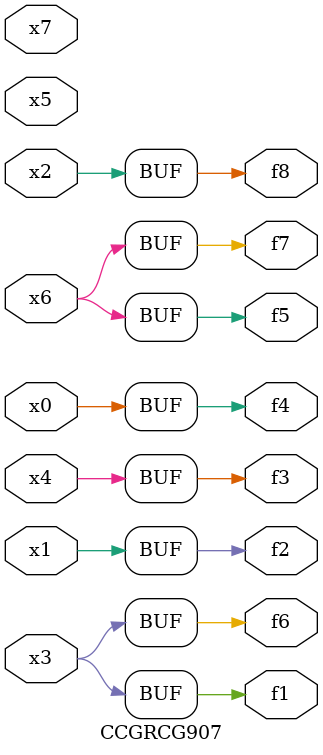
<source format=v>
module CCGRCG907(
	input x0, x1, x2, x3, x4, x5, x6, x7,
	output f1, f2, f3, f4, f5, f6, f7, f8
);
	assign f1 = x3;
	assign f2 = x1;
	assign f3 = x4;
	assign f4 = x0;
	assign f5 = x6;
	assign f6 = x3;
	assign f7 = x6;
	assign f8 = x2;
endmodule

</source>
